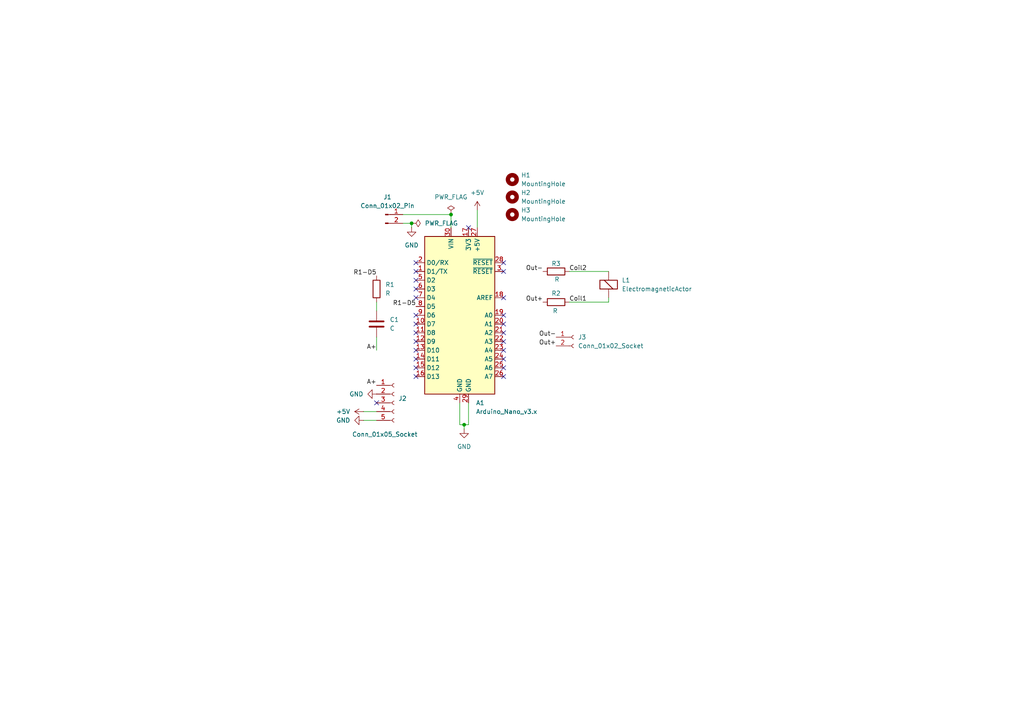
<source format=kicad_sch>
(kicad_sch (version 20250114) (generator "eeschema") (generator_version "9.0")
  (paper "A4")
  (lib_symbols
    (symbol "Connector:Conn_01x02_Pin" (pin_names (offset 1.016) (hide yes))
      (property "Reference" "J" (at 0 2.54 0))
      (property "Value" "Conn_01x02_Pin" (at 0 -5.08 0))
      (symbol "Conn_01x02_Pin_1_1"
        (rectangle (start 0.8636 0.127) (end 0 -0.127) (stroke (width 0.1524)) (fill (type outline)))
        (rectangle (start 0.8636 -2.413) (end 0 -2.667) (stroke (width 0.1524)) (fill (type outline)))
        (polyline (pts (xy 1.27 0) (xy 0.8636 0)) (stroke (width 0.1524)))
        (polyline (pts (xy 1.27 -2.54) (xy 0.8636 -2.54)) (stroke (width 0.1524)))
        (pin passive line (at 5.08 0 180) (length 3.81) (name "Pin_1") (number "1"))
        (pin passive line (at 5.08 -2.54 180) (length 3.81) (name "Pin_2") (number "2"))
      )
    )
    (symbol "Connector:Conn_01x02_Socket" (pin_names (offset 1.016) (hide yes))
      (property "Reference" "J" (at 0 2.54 0))
      (property "Value" "Conn_01x02_Socket" (at 0 -5.08 0))
      (symbol "Conn_01x02_Socket_1_1"
        (polyline (pts (xy -1.27 0) (xy -0.508 0)) (stroke (width 0.1524)))
        (polyline (pts (xy -1.27 -2.54) (xy -0.508 -2.54)) (stroke (width 0.1524)))
        (arc (start 0 -0.508) (mid -0.5058 0) (end 0 0.508) (stroke (width 0.1524)))
        (arc (start 0 -3.048) (mid -0.5058 -2.54) (end 0 -2.032) (stroke (width 0.1524)))
        (pin passive line (at -5.08 0 0) (length 3.81) (name "Pin_1") (number "1"))
        (pin passive line (at -5.08 -2.54 0) (length 3.81) (name "Pin_2") (number "2"))
      )
    )
    (symbol "Connector:Conn_01x05_Socket" (pin_names (offset 1.016) (hide yes))
      (property "Reference" "J" (at 0 7.62 0))
      (property "Value" "Conn_01x05_Socket" (at 0 -7.62 0))
      (symbol "Conn_01x05_Socket_1_1"
        (polyline (pts (xy -1.27 5.08) (xy -0.508 5.08)) (stroke (width 0.1524)))
        (polyline (pts (xy -1.27 2.54) (xy -0.508 2.54)) (stroke (width 0.1524)))
        (polyline (pts (xy -1.27 0) (xy -0.508 0)) (stroke (width 0.1524)))
        (polyline (pts (xy -1.27 -2.54) (xy -0.508 -2.54)) (stroke (width 0.1524)))
        (polyline (pts (xy -1.27 -5.08) (xy -0.508 -5.08)) (stroke (width 0.1524)))
        (arc (start 0 4.572) (mid -0.5058 5.08) (end 0 5.588) (stroke (width 0.1524)))
        (arc (start 0 2.032) (mid -0.5058 2.54) (end 0 3.048) (stroke (width 0.1524)))
        (arc (start 0 -0.508) (mid -0.5058 0) (end 0 0.508) (stroke (width 0.1524)))
        (arc (start 0 -3.048) (mid -0.5058 -2.54) (end 0 -2.032) (stroke (width 0.1524)))
        (arc (start 0 -5.588) (mid -0.5058 -5.08) (end 0 -4.572) (stroke (width 0.1524)))
        (pin passive line (at -5.08 5.08 0) (length 3.81) (name "Pin_1") (number "1"))
        (pin passive line (at -5.08 2.54 0) (length 3.81) (name "Pin_2") (number "2"))
        (pin passive line (at -5.08 0 0) (length 3.81) (name "Pin_3") (number "3"))
        (pin passive line (at -5.08 -2.54 0) (length 3.81) (name "Pin_4") (number "4"))
        (pin passive line (at -5.08 -5.08 0) (length 3.81) (name "Pin_5") (number "5"))
      )
    )
    (symbol "Device:C" (pin_numbers (hide yes)) (pin_names (offset 0.254))
      (property "Reference" "C" (at 0.635 2.54 0))
      (property "Value" "C" (at 0.635 -2.54 0))
      (symbol "C_0_1"
        (polyline (pts (xy -2.032 0.762) (xy 2.032 0.762)) (stroke (width 0.508)))
        (polyline (pts (xy -2.032 -0.762) (xy 2.032 -0.762)) (stroke (width 0.508)))
      )
      (symbol "C_1_1"
        (pin passive line (at 0 3.81 270) (length 2.794) (name "~") (number "1"))
        (pin passive line (at 0 -3.81 90) (length 2.794) (name "~") (number "2"))
      )
    )
    (symbol "Device:ElectromagneticActor" (pin_numbers (hide yes)) (pin_names (offset 0.0254) (hide yes))
      (property "Reference" "L" (at 1.27 3.81 0))
      (property "Value" "ElectromagneticActor" (at 1.27 -1.27 0))
      (symbol "ElectromagneticActor_0_1"
        (rectangle (start -2.54 2.54) (end 2.54 0) (stroke (width 0.254)))
        (polyline (pts (xy -1.27 2.54) (xy 1.27 0)) (stroke (width 0.254)))
      )
      (symbol "ElectromagneticActor_1_1"
        (pin passive line (at 0 5.08 270) (length 2.54) (name "-") (number "1"))
        (pin passive line (at 0 -2.54 90) (length 2.54) (name "+") (number "2"))
      )
    )
    (symbol "Device:R" (pin_numbers (hide yes)) (pin_names (offset 0))
      (property "Reference" "R" (at 2.032 0 90))
      (property "Value" "R" (at 0 0 90))
      (symbol "R_0_1"
        (rectangle (start -1.016 -2.54) (end 1.016 2.54) (stroke (width 0.254)))
      )
      (symbol "R_1_1"
        (pin passive line (at 0 3.81 270) (length 1.27) (name "~") (number "1"))
        (pin passive line (at 0 -3.81 90) (length 1.27) (name "~") (number "2"))
      )
    )
    (symbol "MCU_Module:Arduino_Nano_v3.x"
      (property "Reference" "A" (at -10.16 23.495 0))
      (property "Value" "Arduino_Nano_v3.x" (at 5.08 -24.13 0))
      (symbol "Arduino_Nano_v3.x_0_1"
        (rectangle (start -10.16 22.86) (end 10.16 -22.86) (stroke (width 0.254)) (fill (type background)))
      )
      (symbol "Arduino_Nano_v3.x_1_1"
        (pin bidirectional line (at -12.7 15.24 0) (length 2.54) (name "D0/RX") (number "2"))
        (pin bidirectional line (at -12.7 12.7 0) (length 2.54) (name "D1/TX") (number "1"))
        (pin bidirectional line (at -12.7 10.16 0) (length 2.54) (name "D2") (number "5"))
        (pin bidirectional line (at -12.7 7.62 0) (length 2.54) (name "D3") (number "6"))
        (pin bidirectional line (at -12.7 5.08 0) (length 2.54) (name "D4") (number "7"))
        (pin bidirectional line (at -12.7 2.54 0) (length 2.54) (name "D5") (number "8"))
        (pin bidirectional line (at -12.7 0 0) (length 2.54) (name "D6") (number "9"))
        (pin bidirectional line (at -12.7 -2.54 0) (length 2.54) (name "D7") (number "10"))
        (pin bidirectional line (at -12.7 -5.08 0) (length 2.54) (name "D8") (number "11"))
        (pin bidirectional line (at -12.7 -7.62 0) (length 2.54) (name "D9") (number "12"))
        (pin bidirectional line (at -12.7 -10.16 0) (length 2.54) (name "D10") (number "13"))
        (pin bidirectional line (at -12.7 -12.7 0) (length 2.54) (name "D11") (number "14"))
        (pin bidirectional line (at -12.7 -15.24 0) (length 2.54) (name "D12") (number "15"))
        (pin bidirectional line (at -12.7 -17.78 0) (length 2.54) (name "D13") (number "16"))
        (pin power_in line (at -2.54 25.4 270) (length 2.54) (name "VIN") (number "30"))
        (pin power_in line (at 0 -25.4 90) (length 2.54) (name "GND") (number "4"))
        (pin power_out line (at 2.54 25.4 270) (length 2.54) (name "3V3") (number "17"))
        (pin power_in line (at 2.54 -25.4 90) (length 2.54) (name "GND") (number "29"))
        (pin power_out line (at 5.08 25.4 270) (length 2.54) (name "+5V") (number "27"))
        (pin input line (at 12.7 15.24 180) (length 2.54) (name "~{RESET}") (number "28"))
        (pin input line (at 12.7 12.7 180) (length 2.54) (name "~{RESET}") (number "3"))
        (pin input line (at 12.7 5.08 180) (length 2.54) (name "AREF") (number "18"))
        (pin bidirectional line (at 12.7 0 180) (length 2.54) (name "A0") (number "19"))
        (pin bidirectional line (at 12.7 -2.54 180) (length 2.54) (name "A1") (number "20"))
        (pin bidirectional line (at 12.7 -5.08 180) (length 2.54) (name "A2") (number "21"))
        (pin bidirectional line (at 12.7 -7.62 180) (length 2.54) (name "A3") (number "22"))
        (pin bidirectional line (at 12.7 -10.16 180) (length 2.54) (name "A4") (number "23"))
        (pin bidirectional line (at 12.7 -12.7 180) (length 2.54) (name "A5") (number "24"))
        (pin bidirectional line (at 12.7 -15.24 180) (length 2.54) (name "A6") (number "25"))
        (pin bidirectional line (at 12.7 -17.78 180) (length 2.54) (name "A7") (number "26"))
      )
    )
    (symbol "Mechanical:MountingHole" (pin_names (offset 1.016)) (exclude_from_sim yes) (in_bom no)
      (property "Reference" "H" (at 0 5.08 0))
      (property "Value" "MountingHole" (at 0 3.175 0))
      (symbol "MountingHole_0_1"
        (circle (center 0 0) (radius 1.27) (stroke (width 1.27)))
      )
    )
    (symbol "power:+5V" (power) (pin_numbers (hide yes)) (pin_names (offset 0) (hide yes))
      (property "Value" "+5V" (at 0 3.556 0))
      (symbol "+5V_0_1"
        (polyline (pts (xy -0.762 1.27) (xy 0 2.54)))
        (polyline (pts (xy 0 2.54) (xy 0.762 1.27)))
        (polyline (pts (xy 0 0) (xy 0 2.54)))
      )
      (symbol "+5V_1_1"
        (pin power_in line (at 0 0 90) (length 0) (name "~") (number "1"))
      )
    )
    (symbol "power:GND" (power) (pin_numbers (hide yes)) (pin_names (offset 0) (hide yes))
      (property "Value" "GND" (at 0 -3.81 0))
      (symbol "GND_0_1"
        (polyline (pts (xy 0 0) (xy 0 -1.27) (xy 1.27 -1.27) (xy 0 -2.54) (xy -1.27 -1.27) (xy 0 -1.27)))
      )
      (symbol "GND_1_1"
        (pin power_in line (at 0 0 270) (length 0) (name "~") (number "1"))
      )
    )
    (symbol "power:PWR_FLAG" (power) (pin_numbers (hide yes)) (pin_names (offset 0) (hide yes))
      (property "Value" "PWR_FLAG" (at 0 3.81 0))
      (symbol "PWR_FLAG_0_0"
        (pin power_out line (at 0 0 90) (length 0) (name "~") (number "1"))
      )
      (symbol "PWR_FLAG_0_1"
        (polyline (pts (xy 0 0) (xy 0 1.27) (xy -1.016 1.905) (xy 0 2.54) (xy 1.016 1.905) (xy 0 1.27)))
      )
    )
  )
  (junction (at 130.81 62.23))
  (junction (at 134.62 123.19))
  (junction (at 119.38 64.77))
  (no_connect (at 120.65 93.98))
  (no_connect (at 120.65 91.44))
  (no_connect (at 146.05 93.98))
  (no_connect (at 146.05 109.22))
  (no_connect (at 146.05 101.6))
  (no_connect (at 146.05 91.44))
  (no_connect (at 135.89 66.04))
  (no_connect (at 146.05 78.74))
  (no_connect (at 120.65 96.52))
  (no_connect (at 109.22 116.84))
  (no_connect (at 146.05 104.14))
  (no_connect (at 120.65 86.36))
  (no_connect (at 120.65 104.14))
  (no_connect (at 146.05 99.06))
  (no_connect (at 120.65 76.2))
  (no_connect (at 120.65 101.6))
  (no_connect (at 120.65 106.68))
  (no_connect (at 120.65 109.22))
  (no_connect (at 146.05 76.2))
  (no_connect (at 120.65 78.74))
  (no_connect (at 120.65 81.28))
  (no_connect (at 146.05 106.68))
  (no_connect (at 146.05 86.36))
  (no_connect (at 120.65 99.06))
  (no_connect (at 146.05 96.52))
  (no_connect (at 120.65 83.82))
  (wire (pts (xy 165.1 87.63) (xy 176.53 87.63)))
  (wire (pts (xy 130.81 62.23) (xy 130.81 66.04)))
  (wire (pts (xy 176.53 86.36) (xy 176.53 87.63)))
  (wire (pts (xy 133.35 116.84) (xy 133.35 123.19)))
  (wire (pts (xy 133.35 123.19) (xy 134.62 123.19)))
  (wire (pts (xy 116.84 62.23) (xy 130.81 62.23)))
  (wire (pts (xy 135.89 116.84) (xy 135.89 123.19)))
  (wire (pts (xy 105.41 119.38) (xy 109.22 119.38)))
  (wire (pts (xy 109.22 97.79) (xy 109.22 101.6)))
  (wire (pts (xy 105.41 121.92) (xy 109.22 121.92)))
  (wire (pts (xy 109.22 87.63) (xy 109.22 90.17)))
  (wire (pts (xy 138.43 60.96) (xy 138.43 66.04)))
  (wire (pts (xy 116.84 64.77) (xy 119.38 64.77)))
  (wire (pts (xy 176.53 78.74) (xy 165.1 78.74)))
  (wire (pts (xy 135.89 123.19) (xy 134.62 123.19)))
  (wire (pts (xy 134.62 123.19) (xy 134.62 124.46)))
  (wire (pts (xy 119.38 64.77) (xy 119.38 66.04)))
  (label "R1-D5" (at 109.22 80.01 180))
  (label "A+" (at 109.22 111.76 180))
  (label "Out-" (at 161.29 97.79 180))
  (label "Coil2" (at 165.1 78.74 0))
  (label "R1-D5" (at 120.65 88.9 180))
  (label "Coil1" (at 165.1 87.63 0))
  (label "Out-" (at 157.48 78.74 180))
  (label "A+" (at 109.22 101.6 180))
  (label "Out+" (at 161.29 100.33 180))
  (label "Out+" (at 157.48 87.63 180))
  (symbol (lib_id "Mechanical:MountingHole") (at 148.59 57.15 0) (unit 1) (exclude_from_sim yes) (in_bom no)
    (property "Reference" "H2" (at 151.13 55.8799 0) (effects (justify left)))
    (property "Value" "MountingHole" (at 151.13 58.4199 0) (effects (justify left)))
    (property "Footprint" "MountingHole:MountingHole_2.7mm" (effects (hide yes)))
    (property "Description" "Mounting Hole without connection" (effects (hide yes)))
  )
  (symbol (lib_id "Device:R") (at 109.22 83.82 0) (unit 1)
    (property "Reference" "R1" (at 111.76 82.5499 0) (effects (justify left)))
    (property "Value" "R" (at 111.76 85.0899 0) (effects (justify left)))
    (property "Footprint" "Resistor_THT:R_Axial_DIN0204_L3.6mm_D1.6mm_P5.08mm_Horizontal" (effects (hide yes)))
    (property "Description" "Resistor" (effects (hide yes)))
  )
  (symbol (lib_id "Connector:Conn_01x02_Pin") (at 111.76 62.23 0) (unit 1)
    (property "Reference" "J1" (at 112.395 57.15 0))
    (property "Value" "Conn_01x02_Pin" (at 112.395 59.69 0))
    (property "Footprint" "Connector_PinSocket_2.54mm:PinSocket_1x02_P2.54mm_Vertical" (effects (hide yes)))
    (property "Description" "Generic connector, single row, 01x02, script generated" (effects (hide yes)))
  )
  (symbol (lib_id "Connector:Conn_01x05_Socket") (at 114.3 116.84 0) (unit 1)
    (property "Reference" "J2" (at 115.57 115.5699 0) (effects (justify left)))
    (property "Value" "Conn_01x05_Socket" (at 102.108 125.984 0) (effects (justify left)))
    (property "Footprint" "Connector_PinSocket_2.54mm:PinSocket_1x05_P2.54mm_Vertical" (effects (hide yes)))
    (property "Description" "Generic connector, single row, 01x05, script generated" (effects (hide yes)))
  )
  (symbol (lib_id "Device:R") (at 161.29 87.63 90) (unit 1)
    (property "Reference" "R2" (at 161.29 85.09 90))
    (property "Value" "R" (at 161.036 90.17 90))
    (property "Footprint" "Resistor_THT:R_Axial_DIN0207_L6.3mm_D2.5mm_P7.62mm_Horizontal" (effects (hide yes)))
    (property "Description" "Resistor" (effects (hide yes)))
  )
  (symbol (lib_id "power:+5V") (at 105.41 119.38 90) (unit 1)
    (property "Reference" "#PWR010" (effects (hide yes)))
    (property "Value" "+5V" (at 101.6 119.3799 90) (effects (justify left)))
    (property "Description" "Power symbol creates a global label with name \"+5V\"" (effects (hide yes)))
  )
  (symbol (lib_id "Device:C") (at 109.22 93.98 0) (unit 1)
    (property "Reference" "C1" (at 113.03 92.7099 0) (effects (justify left)))
    (property "Value" "C" (at 113.03 95.2499 0) (effects (justify left)))
    (property "Footprint" "Resistor_THT:R_Axial_DIN0204_L3.6mm_D1.6mm_P5.08mm_Horizontal" (effects (hide yes)))
    (property "Description" "Unpolarized capacitor" (effects (hide yes)))
  )
  (symbol (lib_id "power:GND") (at 119.38 66.04 0) (unit 1)
    (property "Reference" "#PWR01" (effects (hide yes)))
    (property "Value" "GND" (at 119.38 71.12 0))
    (property "Description" "Power symbol creates a global label with name \"GND\" , ground" (effects (hide yes)))
  )
  (symbol (lib_id "MCU_Module:Arduino_Nano_v3.x") (at 133.35 91.44 0) (unit 1)
    (property "Reference" "A1" (at 138.0333 116.84 0) (effects (justify left)))
    (property "Value" "Arduino_Nano_v3.x" (at 138.0333 119.38 0) (effects (justify left)))
    (property "Footprint" "Module:Arduino_Nano" (effects (hide yes)))
    (property "Datasheet" "http://www.mouser.com/pdfdocs/Gravitech_Arduino_Nano3_0.pdf" (effects (hide yes)))
    (property "Description" "Arduino Nano v3.x" (effects (hide yes)))
  )
  (symbol (lib_id "Device:ElectromagneticActor") (at 176.53 83.82 0) (unit 1)
    (property "Reference" "L1" (at 180.34 81.2799 0) (effects (justify left)))
    (property "Value" "ElectromagneticActor" (at 180.34 83.8199 0) (effects (justify left)))
    (property "Footprint" "Resistor_THT:R_Axial_DIN0204_L3.6mm_D1.6mm_P5.08mm_Horizontal" (effects (hide yes)))
    (property "Description" "Electromagnetic actor" (effects (hide yes)))
  )
  (symbol (lib_id "power:PWR_FLAG") (at 119.38 64.77 270) (unit 1)
    (property "Reference" "#FLG02" (effects (hide yes)))
    (property "Value" "PWR_FLAG" (at 123.19 64.7699 90) (effects (justify left)))
    (property "Description" "Special symbol for telling ERC where power comes from" (effects (hide yes)))
  )
  (symbol (lib_id "power:GND") (at 109.22 114.3 270) (unit 1)
    (property "Reference" "#PWR08" (effects (hide yes)))
    (property "Value" "GND" (at 105.41 114.2999 90) (effects (justify right)))
    (property "Description" "Power symbol creates a global label with name \"GND\" , ground" (effects (hide yes)))
  )
  (symbol (lib_id "Device:R") (at 161.29 78.74 270) (unit 1)
    (property "Reference" "R3" (at 161.29 76.454 90))
    (property "Value" "R" (at 161.544 81.026 90))
    (property "Footprint" "Resistor_THT:R_Axial_DIN0207_L6.3mm_D2.5mm_P7.62mm_Horizontal" (effects (hide yes)))
    (property "Description" "Resistor" (effects (hide yes)))
  )
  (symbol (lib_id "Connector:Conn_01x02_Socket") (at 166.37 97.79 0) (unit 1)
    (property "Reference" "J3" (at 167.64 97.7899 0) (effects (justify left)))
    (property "Value" "Conn_01x02_Socket" (at 167.64 100.3299 0) (effects (justify left)))
    (property "Footprint" "Resistor_THT:R_Axial_DIN0204_L3.6mm_D1.6mm_P5.08mm_Horizontal" (effects (hide yes)))
    (property "Description" "Generic connector, single row, 01x02, script generated" (effects (hide yes)))
  )
  (symbol (lib_id "power:GND") (at 134.62 124.46 0) (unit 1)
    (property "Reference" "#PWR03" (effects (hide yes)))
    (property "Value" "GND" (at 134.62 129.54 0))
    (property "Description" "Power symbol creates a global label with name \"GND\" , ground" (effects (hide yes)))
  )
  (symbol (lib_id "power:+5V") (at 138.43 60.96 0) (unit 1)
    (property "Reference" "#PWR02" (effects (hide yes)))
    (property "Value" "+5V" (at 138.43 55.88 0))
    (property "Description" "Power symbol creates a global label with name \"+5V\"" (effects (hide yes)))
  )
  (symbol (lib_id "power:PWR_FLAG") (at 130.81 62.23 0) (unit 1)
    (property "Reference" "#FLG01" (effects (hide yes)))
    (property "Value" "PWR_FLAG" (at 130.81 57.15 0))
    (property "Description" "Special symbol for telling ERC where power comes from" (effects (hide yes)))
  )
  (symbol (lib_id "Mechanical:MountingHole") (at 148.59 52.07 0) (unit 1) (exclude_from_sim yes) (in_bom no)
    (property "Reference" "H1" (at 151.13 50.7999 0) (effects (justify left)))
    (property "Value" "MountingHole" (at 151.13 53.3399 0) (effects (justify left)))
    (property "Footprint" "MountingHole:MountingHole_2.7mm" (effects (hide yes)))
    (property "Description" "Mounting Hole without connection" (effects (hide yes)))
  )
  (symbol (lib_id "Mechanical:MountingHole") (at 148.59 62.23 0) (unit 1) (exclude_from_sim yes) (in_bom no)
    (property "Reference" "H3" (at 151.13 60.9599 0) (effects (justify left)))
    (property "Value" "MountingHole" (at 151.13 63.4999 0) (effects (justify left)))
    (property "Footprint" "MountingHole:MountingHole_2.7mm" (effects (hide yes)))
    (property "Description" "Mounting Hole without connection" (effects (hide yes)))
  )
  (symbol (lib_id "power:GND") (at 105.41 121.92 270) (unit 1)
    (property "Reference" "#PWR05" (effects (hide yes)))
    (property "Value" "GND" (at 101.6 121.9199 90) (effects (justify right)))
    (property "Description" "Power symbol creates a global label with name \"GND\" , ground" (effects (hide yes)))
  )
)
</source>
